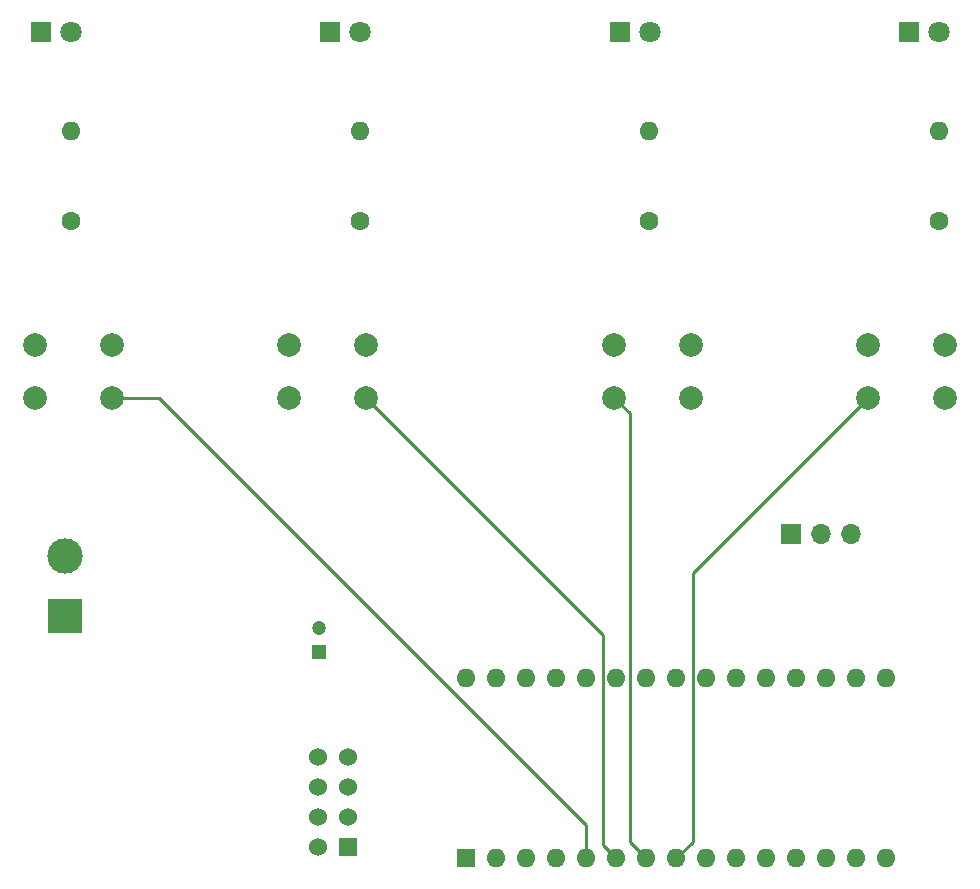
<source format=gbr>
%TF.GenerationSoftware,KiCad,Pcbnew,(5.1.10)-1*%
%TF.CreationDate,2021-11-09T21:09:32+01:00*%
%TF.ProjectId,BuzzerHost,42757a7a-6572-4486-9f73-742e6b696361,1.0*%
%TF.SameCoordinates,Original*%
%TF.FileFunction,Copper,L2,Bot*%
%TF.FilePolarity,Positive*%
%FSLAX46Y46*%
G04 Gerber Fmt 4.6, Leading zero omitted, Abs format (unit mm)*
G04 Created by KiCad (PCBNEW (5.1.10)-1) date 2021-11-09 21:09:32*
%MOMM*%
%LPD*%
G01*
G04 APERTURE LIST*
%TA.AperFunction,ComponentPad*%
%ADD10C,2.000000*%
%TD*%
%TA.AperFunction,ComponentPad*%
%ADD11R,1.600000X1.600000*%
%TD*%
%TA.AperFunction,ComponentPad*%
%ADD12O,1.600000X1.600000*%
%TD*%
%TA.AperFunction,ComponentPad*%
%ADD13R,1.200000X1.200000*%
%TD*%
%TA.AperFunction,ComponentPad*%
%ADD14C,1.200000*%
%TD*%
%TA.AperFunction,ComponentPad*%
%ADD15C,1.800000*%
%TD*%
%TA.AperFunction,ComponentPad*%
%ADD16R,1.800000X1.800000*%
%TD*%
%TA.AperFunction,ComponentPad*%
%ADD17R,3.000000X3.000000*%
%TD*%
%TA.AperFunction,ComponentPad*%
%ADD18C,3.000000*%
%TD*%
%TA.AperFunction,ComponentPad*%
%ADD19R,1.700000X1.700000*%
%TD*%
%TA.AperFunction,ComponentPad*%
%ADD20O,1.700000X1.700000*%
%TD*%
%TA.AperFunction,ComponentPad*%
%ADD21C,1.600000*%
%TD*%
%TA.AperFunction,ComponentPad*%
%ADD22R,1.524000X1.524000*%
%TD*%
%TA.AperFunction,ComponentPad*%
%ADD23C,1.524000*%
%TD*%
%TA.AperFunction,Conductor*%
%ADD24C,0.250000*%
%TD*%
G04 APERTURE END LIST*
D10*
%TO.P,SW1,1*%
%TO.N,GND*%
X132000000Y-100000000D03*
%TO.P,SW1,2*%
%TO.N,Net-(A1-Pad8)*%
X132000000Y-104500000D03*
%TO.P,SW1,1*%
%TO.N,GND*%
X138500000Y-100000000D03*
%TO.P,SW1,2*%
%TO.N,Net-(A1-Pad8)*%
X138500000Y-104500000D03*
%TD*%
D11*
%TO.P,A1,1*%
%TO.N,Net-(A1-Pad1)*%
X98000000Y-143500000D03*
D12*
%TO.P,A1,17*%
%TO.N,Net-(A1-Pad17)*%
X131020000Y-128260000D03*
%TO.P,A1,2*%
%TO.N,Net-(A1-Pad2)*%
X100540000Y-143500000D03*
%TO.P,A1,18*%
%TO.N,Net-(A1-Pad18)*%
X128480000Y-128260000D03*
%TO.P,A1,3*%
%TO.N,Net-(A1-Pad3)*%
X103080000Y-143500000D03*
%TO.P,A1,19*%
%TO.N,Net-(A1-Pad19)*%
X125940000Y-128260000D03*
%TO.P,A1,4*%
%TO.N,GND*%
X105620000Y-143500000D03*
%TO.P,A1,20*%
%TO.N,Net-(A1-Pad20)*%
X123400000Y-128260000D03*
%TO.P,A1,5*%
%TO.N,Net-(A1-Pad5)*%
X108160000Y-143500000D03*
%TO.P,A1,21*%
%TO.N,Net-(A1-Pad21)*%
X120860000Y-128260000D03*
%TO.P,A1,6*%
%TO.N,Net-(A1-Pad6)*%
X110700000Y-143500000D03*
%TO.P,A1,22*%
%TO.N,Net-(A1-Pad22)*%
X118320000Y-128260000D03*
%TO.P,A1,7*%
%TO.N,Net-(A1-Pad7)*%
X113240000Y-143500000D03*
%TO.P,A1,23*%
%TO.N,Net-(A1-Pad23)*%
X115780000Y-128260000D03*
%TO.P,A1,8*%
%TO.N,Net-(A1-Pad8)*%
X115780000Y-143500000D03*
%TO.P,A1,24*%
%TO.N,Net-(A1-Pad24)*%
X113240000Y-128260000D03*
%TO.P,A1,9*%
%TO.N,Net-(A1-Pad9)*%
X118320000Y-143500000D03*
%TO.P,A1,25*%
%TO.N,Net-(A1-Pad25)*%
X110700000Y-128260000D03*
%TO.P,A1,10*%
%TO.N,Net-(A1-Pad10)*%
X120860000Y-143500000D03*
%TO.P,A1,26*%
%TO.N,Net-(A1-Pad26)*%
X108160000Y-128260000D03*
%TO.P,A1,11*%
%TO.N,Net-(A1-Pad11)*%
X123400000Y-143500000D03*
%TO.P,A1,27*%
%TO.N,Net-(A1-Pad27)*%
X105620000Y-128260000D03*
%TO.P,A1,12*%
%TO.N,Net-(A1-Pad12)*%
X125940000Y-143500000D03*
%TO.P,A1,28*%
%TO.N,Net-(A1-Pad28)*%
X103080000Y-128260000D03*
%TO.P,A1,13*%
%TO.N,Net-(A1-Pad13)*%
X128480000Y-143500000D03*
%TO.P,A1,29*%
%TO.N,GND*%
X100540000Y-128260000D03*
%TO.P,A1,14*%
%TO.N,Net-(A1-Pad14)*%
X131020000Y-143500000D03*
%TO.P,A1,30*%
%TO.N,+9V*%
X98000000Y-128260000D03*
%TO.P,A1,15*%
%TO.N,Net-(A1-Pad15)*%
X133560000Y-143500000D03*
%TO.P,A1,16*%
%TO.N,Net-(A1-Pad16)*%
X133560000Y-128260000D03*
%TD*%
D13*
%TO.P,C1,1*%
%TO.N,Net-(A1-Pad17)*%
X85500000Y-126000000D03*
D14*
%TO.P,C1,2*%
%TO.N,GND*%
X85500000Y-124000000D03*
%TD*%
D15*
%TO.P,D1,2*%
%TO.N,Net-(D1-Pad2)*%
X138040000Y-73500000D03*
D16*
%TO.P,D1,1*%
%TO.N,GND*%
X135500000Y-73500000D03*
%TD*%
%TO.P,D2,1*%
%TO.N,GND*%
X111000000Y-73500000D03*
D15*
%TO.P,D2,2*%
%TO.N,Net-(D2-Pad2)*%
X113540000Y-73500000D03*
%TD*%
%TO.P,D3,2*%
%TO.N,Net-(D3-Pad2)*%
X89040000Y-73500000D03*
D16*
%TO.P,D3,1*%
%TO.N,GND*%
X86500000Y-73500000D03*
%TD*%
%TO.P,D4,1*%
%TO.N,GND*%
X62000000Y-73500000D03*
D15*
%TO.P,D4,2*%
%TO.N,Net-(D4-Pad2)*%
X64540000Y-73500000D03*
%TD*%
D17*
%TO.P,J1,1*%
%TO.N,+9V*%
X64000000Y-123000000D03*
D18*
%TO.P,J1,2*%
%TO.N,GND*%
X64000000Y-117920000D03*
%TD*%
D19*
%TO.P,J2,1*%
%TO.N,GND*%
X125500000Y-116000000D03*
D20*
%TO.P,J2,2*%
%TO.N,Net-(J2-Pad2)*%
X128040000Y-116000000D03*
%TO.P,J2,3*%
%TO.N,Net-(A1-Pad10)*%
X130580000Y-116000000D03*
%TD*%
D12*
%TO.P,R1,2*%
%TO.N,Net-(D1-Pad2)*%
X138000000Y-81880000D03*
D21*
%TO.P,R1,1*%
%TO.N,Net-(A1-Pad20)*%
X138000000Y-89500000D03*
%TD*%
%TO.P,R2,1*%
%TO.N,Net-(A1-Pad21)*%
X113500000Y-89500000D03*
D12*
%TO.P,R2,2*%
%TO.N,Net-(D2-Pad2)*%
X113500000Y-81880000D03*
%TD*%
D21*
%TO.P,R3,1*%
%TO.N,Net-(A1-Pad22)*%
X89000000Y-89500000D03*
D12*
%TO.P,R3,2*%
%TO.N,Net-(D3-Pad2)*%
X89000000Y-81880000D03*
%TD*%
%TO.P,R4,2*%
%TO.N,Net-(D4-Pad2)*%
X64500000Y-81880000D03*
D21*
%TO.P,R4,1*%
%TO.N,Net-(A1-Pad23)*%
X64500000Y-89500000D03*
%TD*%
D10*
%TO.P,SW2,2*%
%TO.N,Net-(A1-Pad7)*%
X117000000Y-104500000D03*
%TO.P,SW2,1*%
%TO.N,GND*%
X117000000Y-100000000D03*
%TO.P,SW2,2*%
%TO.N,Net-(A1-Pad7)*%
X110500000Y-104500000D03*
%TO.P,SW2,1*%
%TO.N,GND*%
X110500000Y-100000000D03*
%TD*%
%TO.P,SW3,1*%
%TO.N,GND*%
X83000000Y-100000000D03*
%TO.P,SW3,2*%
%TO.N,Net-(A1-Pad6)*%
X83000000Y-104500000D03*
%TO.P,SW3,1*%
%TO.N,GND*%
X89500000Y-100000000D03*
%TO.P,SW3,2*%
%TO.N,Net-(A1-Pad6)*%
X89500000Y-104500000D03*
%TD*%
%TO.P,SW4,2*%
%TO.N,Net-(A1-Pad5)*%
X68000000Y-104500000D03*
%TO.P,SW4,1*%
%TO.N,GND*%
X68000000Y-100000000D03*
%TO.P,SW4,2*%
%TO.N,Net-(A1-Pad5)*%
X61500000Y-104500000D03*
%TO.P,SW4,1*%
%TO.N,GND*%
X61500000Y-100000000D03*
%TD*%
D22*
%TO.P,U1,1*%
%TO.N,GND*%
X88000000Y-142500000D03*
D23*
%TO.P,U1,2*%
%TO.N,Net-(A1-Pad17)*%
X85460000Y-142500000D03*
%TO.P,U1,3*%
%TO.N,Net-(A1-Pad12)*%
X88000000Y-139960000D03*
%TO.P,U1,4*%
%TO.N,Net-(A1-Pad13)*%
X85460000Y-139960000D03*
%TO.P,U1,5*%
%TO.N,Net-(A1-Pad16)*%
X88000000Y-137420000D03*
%TO.P,U1,6*%
%TO.N,Net-(A1-Pad14)*%
X85460000Y-137420000D03*
%TO.P,U1,7*%
%TO.N,Net-(A1-Pad15)*%
X88000000Y-134880000D03*
%TO.P,U1,8*%
%TO.N,Net-(U1-Pad8)*%
X85460000Y-134880000D03*
%TD*%
D24*
%TO.N,Net-(A1-Pad5)*%
X68000000Y-104500000D02*
X72000000Y-104500000D01*
X108160000Y-140660000D02*
X108160000Y-143500000D01*
X72000000Y-104500000D02*
X108160000Y-140660000D01*
%TO.N,Net-(A1-Pad6)*%
X109574999Y-142374999D02*
X110700000Y-143500000D01*
X109574999Y-124574999D02*
X109574999Y-142374999D01*
X89500000Y-104500000D02*
X109574999Y-124574999D01*
%TO.N,Net-(A1-Pad7)*%
X111825001Y-142085001D02*
X113240000Y-143500000D01*
X111825001Y-105825001D02*
X111825001Y-142085001D01*
X110500000Y-104500000D02*
X111825001Y-105825001D01*
%TO.N,Net-(A1-Pad8)*%
X117194999Y-142085001D02*
X115780000Y-143500000D01*
X117194999Y-119305001D02*
X117194999Y-142085001D01*
X132000000Y-104500000D02*
X117194999Y-119305001D01*
%TD*%
M02*

</source>
